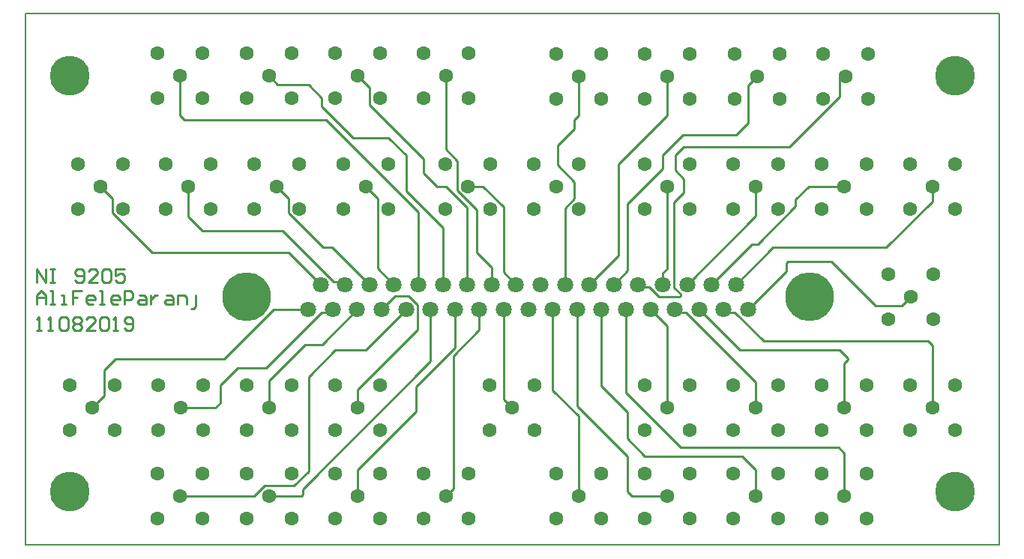
<source format=gtl>
G04*
G04 #@! TF.GenerationSoftware,Altium Limited,Altium Designer,19.1.5 (86)*
G04*
G04 Layer_Physical_Order=1*
G04 Layer_Color=255*
%FSLAX44Y44*%
%MOMM*%
G71*
G01*
G75*
%ADD10C,0.2000*%
%ADD11C,0.2540*%
%ADD16C,1.6000*%
%ADD17C,4.5000*%
%ADD18C,1.8000*%
%ADD19C,5.5000*%
D10*
X550000Y1070000D02*
X1650000D01*
X550000Y470000D02*
Y1070000D01*
Y470000D02*
X1650000D01*
Y930000D02*
Y1070000D01*
Y470000D02*
Y630000D01*
Y930000D01*
D11*
X1470000Y976698D02*
Y999600D01*
X1353000Y933000D02*
X1366812Y946813D01*
X1293000Y933000D02*
X1353000D01*
X1270000Y910000D02*
X1293000Y933000D01*
X1283000Y760576D02*
X1289984Y753592D01*
X1293920Y867920D02*
Y883080D01*
X1283000Y857000D02*
X1293920Y867920D01*
X1283000Y760576D02*
Y857000D01*
X1284000Y910000D02*
X1293920Y919920D01*
X1284000Y893000D02*
Y910000D01*
Y893000D02*
X1293920Y883080D01*
Y919920D02*
X1413222D01*
X1270000Y895000D02*
Y910000D01*
X1230000Y855000D02*
X1270000Y895000D01*
X1230000Y779563D02*
Y855000D01*
X1170000Y940000D02*
Y950000D01*
X1151052Y921052D02*
X1170000Y940000D01*
X1151052Y898948D02*
Y921052D01*
X764600Y624600D02*
X770000Y630000D01*
Y650000D01*
X725400Y624600D02*
X764600D01*
X638990Y667502D02*
X651488Y680000D01*
X638990Y638190D02*
Y667502D01*
X625400Y624600D02*
X638990Y638190D01*
X651488Y680000D02*
X774279D01*
X830055Y735776D01*
X869592D01*
X770000Y650000D02*
X790000Y670000D01*
X821932D01*
X884750Y732818D01*
X894236D01*
X897195Y735776D01*
X885430Y696409D02*
X924797Y735776D01*
X825400Y624600D02*
Y655400D01*
X866409Y696409D01*
X885430D01*
X853512Y536810D02*
X870000Y553298D01*
X820108Y536810D02*
X853512D01*
X808298Y525000D02*
X820108Y536810D01*
X725000Y525000D02*
X808298D01*
X870000Y553298D02*
Y660000D01*
X900000Y690000D01*
X934225D01*
X980001Y735776D01*
X925400Y624600D02*
Y645400D01*
X992811Y712811D01*
Y741082D01*
X982479Y751414D02*
X992811Y741082D01*
X968037Y751414D02*
X982479D01*
X952399Y735776D02*
X968037Y751414D01*
X825000Y525000D02*
X861612D01*
X863100Y526488D01*
Y533100D01*
X1007603Y677603D01*
Y735776D01*
X925000Y525000D02*
Y555000D01*
X991124Y621124D01*
Y648308D01*
X1035205Y692390D01*
Y735776D01*
X1033788Y533788D02*
Y683788D01*
X1025000Y525000D02*
X1033788Y533788D01*
Y683788D02*
X1062808Y712808D01*
Y735776D01*
X1090410Y634590D02*
X1100000Y625000D01*
X1090410Y634590D02*
Y735776D01*
X1175000Y525000D02*
Y615425D01*
X1145614Y644810D02*
X1175000Y615425D01*
X1145614Y644810D02*
Y735776D01*
X1235000Y525000D02*
X1275000D01*
X1230000Y530000D02*
X1235000Y525000D01*
X1230000Y530000D02*
Y570000D01*
X1173216Y626784D02*
X1230000Y570000D01*
X1173216Y626784D02*
Y735776D01*
X1375000Y525000D02*
Y555000D01*
X1360000Y570000D02*
X1375000Y555000D01*
X1250000Y570000D02*
X1360000D01*
X1230000Y590000D02*
X1250000Y570000D01*
X1230000Y590000D02*
Y620000D01*
X1228421Y641579D02*
X1290000Y580000D01*
X1468512D01*
X1228421Y641579D02*
Y735776D01*
X1200818Y649182D02*
X1230000Y620000D01*
X1200818Y649182D02*
Y735776D01*
X1468512Y580000D02*
X1475000Y573512D01*
Y525000D02*
Y573512D01*
X1274599Y624600D02*
Y717199D01*
X1256023Y735776D02*
X1274599Y717199D01*
X1374600Y624600D02*
Y654065D01*
X1295847Y732818D02*
X1374600Y654065D01*
X1286583Y732818D02*
X1295847D01*
X1283625Y735776D02*
X1286583Y732818D01*
X1474599Y624600D02*
Y674600D01*
X1478948Y678948D01*
Y681052D01*
X1470000Y690000D02*
X1478948Y681052D01*
X1357003Y690000D02*
X1470000D01*
X1311227Y735776D02*
X1357003Y690000D01*
X1574600Y624600D02*
Y695400D01*
X1570000Y700000D02*
X1574600Y695400D01*
X1384092Y700000D02*
X1570000D01*
X1351274Y732818D02*
X1384092Y700000D01*
X1341788Y732818D02*
X1351274D01*
X1338829Y735776D02*
X1341788Y732818D01*
X1510000Y740000D02*
X1540000D01*
X1550000Y750000D01*
X1460000Y790000D02*
X1510000Y740000D01*
X1411488Y790000D02*
X1460000D01*
X1410000Y788512D02*
X1411488Y790000D01*
X1410000Y779344D02*
Y788512D01*
X1366432Y735776D02*
X1410000Y779344D01*
X1574600Y857898D02*
Y874600D01*
X1522447Y805745D02*
X1574600Y857898D01*
X1394194Y805745D02*
X1522447D01*
X1352672Y764224D02*
X1394194Y805745D01*
X1420000Y852499D02*
Y860000D01*
X1377342Y809840D02*
X1420000Y852499D01*
X1370687Y809840D02*
X1377342D01*
X1325070Y764224D02*
X1370687Y809840D01*
X1420000Y860000D02*
X1434600Y874600D01*
X1474599D01*
X1297468Y764224D02*
X1374600Y841356D01*
Y874600D01*
X1269866Y777034D02*
X1274599Y781768D01*
Y874600D01*
X1274600Y874600D01*
X1269866Y764224D02*
Y777034D01*
X1274600Y874600D02*
X1274600Y874600D01*
X1274599Y874600D02*
X1274600D01*
X1470000Y999600D02*
X1476200D01*
X1413222Y919920D02*
X1470000Y976698D01*
X1289984Y751488D02*
Y753592D01*
X1288496Y750000D02*
X1289984Y751488D01*
X1265974Y750000D02*
X1288496D01*
X1254708Y761266D02*
X1265974Y750000D01*
X1245222Y761266D02*
X1254708D01*
X1242264Y764224D02*
X1245222Y761266D01*
X1214661Y764224D02*
X1230000Y779563D01*
X1366812Y946813D02*
Y989412D01*
X1376200Y998800D01*
X1187059Y764224D02*
X1220000Y797165D01*
Y900000D01*
X1275400Y955400D01*
Y998800D01*
X1170000Y860902D02*
Y880000D01*
X1159457Y850359D02*
X1170000Y860902D01*
X1159457Y764224D02*
Y850359D01*
X1151052Y898948D02*
X1170000Y880000D01*
Y950000D02*
X1175400Y955400D01*
Y999600D01*
X1090000Y778477D02*
X1104253Y764224D01*
X1090000Y778477D02*
Y851702D01*
X1066702Y875000D02*
X1090000Y851702D01*
X1050000Y875000D02*
X1066702D01*
X1076651Y764224D02*
Y783349D01*
X1060000Y800000D02*
X1076651Y783349D01*
X1060000Y800000D02*
Y848298D01*
X1038190Y870108D02*
X1060000Y848298D01*
X1038190Y870108D02*
Y903512D01*
X1025000Y916702D02*
X1038190Y903512D01*
X1025000Y916702D02*
Y1000000D01*
X1049048Y764224D02*
Y850952D01*
X1025000Y875000D02*
X1049048Y850952D01*
X1015000Y875000D02*
X1025000D01*
X1000000Y890000D02*
X1015000Y875000D01*
X1000000Y890000D02*
Y905679D01*
X938590Y967089D02*
X1000000Y905679D01*
X938590Y967089D02*
Y986410D01*
X925000Y1000000D02*
X938590Y986410D01*
X1021446Y764224D02*
Y828554D01*
X980000Y870000D02*
X1021446Y828554D01*
X980000Y870000D02*
Y910000D01*
X960000Y930000D02*
X980000Y910000D01*
X920000Y930000D02*
X960000D01*
X885000Y965000D02*
X920000Y930000D01*
X885000Y965000D02*
Y975000D01*
X870000Y990000D02*
X885000Y975000D01*
X835001Y990000D02*
X870000D01*
X825001Y1000000D02*
X835001Y990000D01*
X993844Y764224D02*
Y846156D01*
X890000Y950000D02*
X993844Y846156D01*
X730000Y950000D02*
X890000D01*
X725000Y955000D02*
X730000Y950000D01*
X725000Y955000D02*
Y1000000D01*
X847790Y844708D02*
Y861410D01*
X834200Y875000D02*
X847790Y861410D01*
X947790Y782676D02*
X966242Y764224D01*
X947790Y782676D02*
Y861410D01*
X934200Y875000D02*
X947790Y861410D01*
X896919Y805945D02*
X938640Y764224D01*
X886553Y805945D02*
X896919D01*
X847790Y844708D02*
X886553Y805945D01*
X750000Y825000D02*
X840776D01*
X898593Y767182D01*
X908079D01*
X911038Y764224D01*
X734200Y840800D02*
X750000Y825000D01*
X734200Y840800D02*
Y875000D01*
X847659Y800000D02*
X883435Y764224D01*
X693298Y800000D02*
X847659D01*
X648590Y844708D02*
X693298Y800000D01*
X648590Y844708D02*
Y861410D01*
X635000Y875000D02*
X648590Y861410D01*
X562540Y766375D02*
Y781610D01*
X572697Y766375D01*
Y781610D01*
X577775D02*
X582853D01*
X580314D01*
Y766375D01*
X577775D01*
X582853D01*
X605706Y768914D02*
X608245Y766375D01*
X613324D01*
X615863Y768914D01*
Y779070D01*
X613324Y781610D01*
X608245D01*
X605706Y779070D01*
Y776531D01*
X608245Y773992D01*
X615863D01*
X631098Y766375D02*
X620941D01*
X631098Y776531D01*
Y779070D01*
X628559Y781610D01*
X623480D01*
X620941Y779070D01*
X636176D02*
X638715Y781610D01*
X643794D01*
X646333Y779070D01*
Y768914D01*
X643794Y766375D01*
X638715D01*
X636176Y768914D01*
Y779070D01*
X661568Y781610D02*
X651411D01*
Y773992D01*
X656490Y776531D01*
X659029D01*
X661568Y773992D01*
Y768914D01*
X659029Y766375D01*
X653950D01*
X651411Y768914D01*
X562540Y741996D02*
Y752153D01*
X567618Y757232D01*
X572697Y752153D01*
Y741996D01*
Y749614D01*
X562540D01*
X577775Y741996D02*
X582853D01*
X580314D01*
Y757232D01*
X577775D01*
X590471Y741996D02*
X595549D01*
X593010D01*
Y752153D01*
X590471D01*
X613324Y757232D02*
X603167D01*
Y749614D01*
X608245D01*
X603167D01*
Y741996D01*
X626019D02*
X620941D01*
X618402Y744536D01*
Y749614D01*
X620941Y752153D01*
X626019D01*
X628559Y749614D01*
Y747075D01*
X618402D01*
X633637Y741996D02*
X638715D01*
X636176D01*
Y757232D01*
X633637D01*
X653950Y741996D02*
X648872D01*
X646333Y744536D01*
Y749614D01*
X648872Y752153D01*
X653950D01*
X656490Y749614D01*
Y747075D01*
X646333D01*
X661568Y741996D02*
Y757232D01*
X669185D01*
X671725Y754692D01*
Y749614D01*
X669185Y747075D01*
X661568D01*
X679342Y752153D02*
X684421D01*
X686960Y749614D01*
Y741996D01*
X679342D01*
X676803Y744536D01*
X679342Y747075D01*
X686960D01*
X692038Y752153D02*
Y741996D01*
Y747075D01*
X694577Y749614D01*
X697116Y752153D01*
X699656D01*
X709812D02*
X714891D01*
X717430Y749614D01*
Y741996D01*
X709812D01*
X707273Y744536D01*
X709812Y747075D01*
X717430D01*
X722508Y741996D02*
Y752153D01*
X730126D01*
X732665Y749614D01*
Y741996D01*
X737743Y736918D02*
X740283D01*
X742822Y739457D01*
Y752153D01*
X562540Y712540D02*
X567618D01*
X565079D01*
Y727775D01*
X562540Y725236D01*
X575236Y712540D02*
X580314D01*
X577775D01*
Y727775D01*
X575236Y725236D01*
X587932D02*
X590471Y727775D01*
X595549D01*
X598088Y725236D01*
Y715079D01*
X595549Y712540D01*
X590471D01*
X587932Y715079D01*
Y725236D01*
X603167D02*
X605706Y727775D01*
X610784D01*
X613324Y725236D01*
Y722697D01*
X610784Y720157D01*
X613324Y717618D01*
Y715079D01*
X610784Y712540D01*
X605706D01*
X603167Y715079D01*
Y717618D01*
X605706Y720157D01*
X603167Y722697D01*
Y725236D01*
X605706Y720157D02*
X610784D01*
X628559Y712540D02*
X618402D01*
X628559Y722697D01*
Y725236D01*
X626019Y727775D01*
X620941D01*
X618402Y725236D01*
X633637D02*
X636176Y727775D01*
X641255D01*
X643794Y725236D01*
Y715079D01*
X641255Y712540D01*
X636176D01*
X633637Y715079D01*
Y725236D01*
X648872Y712540D02*
X653950D01*
X651411D01*
Y727775D01*
X648872Y725236D01*
X661568Y715079D02*
X664107Y712540D01*
X669185D01*
X671725Y715079D01*
Y725236D01*
X669185Y727775D01*
X664107D01*
X661568Y725236D01*
Y722697D01*
X664107Y720157D01*
X671725D01*
D16*
X1476200Y999600D02*
D03*
X1450800Y1025000D02*
D03*
Y974200D02*
D03*
X1501600D02*
D03*
Y1025000D02*
D03*
X1475000Y525000D02*
D03*
X1449600Y550400D02*
D03*
Y499600D02*
D03*
X1500400D02*
D03*
Y550400D02*
D03*
X1375000Y525000D02*
D03*
X1349600Y550400D02*
D03*
Y499600D02*
D03*
X1400400D02*
D03*
Y550400D02*
D03*
X1275000Y525000D02*
D03*
X1249600Y550400D02*
D03*
Y499600D02*
D03*
X1300400D02*
D03*
Y550400D02*
D03*
X1175000Y525000D02*
D03*
X1149600Y550400D02*
D03*
Y499600D02*
D03*
X1200400D02*
D03*
Y550400D02*
D03*
X1025000Y525000D02*
D03*
X999600Y550400D02*
D03*
Y499600D02*
D03*
X1050400D02*
D03*
Y550400D02*
D03*
X925000Y525000D02*
D03*
X899600Y550400D02*
D03*
Y499600D02*
D03*
X950400D02*
D03*
Y550400D02*
D03*
X825000Y525000D02*
D03*
X799600Y550400D02*
D03*
Y499600D02*
D03*
X850400D02*
D03*
Y550400D02*
D03*
X725000Y525000D02*
D03*
X699600Y550400D02*
D03*
Y499600D02*
D03*
X750400D02*
D03*
Y550400D02*
D03*
X1025000Y1000000D02*
D03*
X999600Y1025400D02*
D03*
Y974600D02*
D03*
X1050400D02*
D03*
Y1025400D02*
D03*
X925000Y1000000D02*
D03*
X899600Y1025400D02*
D03*
Y974600D02*
D03*
X950400D02*
D03*
Y1025400D02*
D03*
X950800Y650000D02*
D03*
Y599200D02*
D03*
X900000D02*
D03*
Y650000D02*
D03*
X925400Y624600D02*
D03*
X850800Y650000D02*
D03*
Y599200D02*
D03*
X800000D02*
D03*
Y650000D02*
D03*
X825400Y624600D02*
D03*
X750800Y650000D02*
D03*
Y599200D02*
D03*
X700000D02*
D03*
Y650000D02*
D03*
X725400Y624600D02*
D03*
X650800Y650000D02*
D03*
Y599200D02*
D03*
X600000D02*
D03*
Y650000D02*
D03*
X625400Y624600D02*
D03*
X959600Y900400D02*
D03*
Y849600D02*
D03*
X908800D02*
D03*
Y900400D02*
D03*
X934200Y875000D02*
D03*
X859600Y900400D02*
D03*
Y849600D02*
D03*
X808800D02*
D03*
Y900400D02*
D03*
X834200Y875000D02*
D03*
X759600Y900400D02*
D03*
Y849600D02*
D03*
X708800D02*
D03*
Y900400D02*
D03*
X734200Y875000D02*
D03*
X660400Y900400D02*
D03*
Y849600D02*
D03*
X609600D02*
D03*
Y900400D02*
D03*
X635000Y875000D02*
D03*
X850401Y1025400D02*
D03*
Y974600D02*
D03*
X799601D02*
D03*
Y1025400D02*
D03*
X825001Y1000000D02*
D03*
X750400Y1025400D02*
D03*
Y974600D02*
D03*
X699600D02*
D03*
Y1025400D02*
D03*
X725000Y1000000D02*
D03*
X1600000Y650000D02*
D03*
Y599200D02*
D03*
X1549200D02*
D03*
Y650000D02*
D03*
X1574600Y624600D02*
D03*
X1500000Y650000D02*
D03*
Y599200D02*
D03*
X1449200D02*
D03*
Y650000D02*
D03*
X1474599Y624600D02*
D03*
X1400000Y650000D02*
D03*
Y599200D02*
D03*
X1349200D02*
D03*
Y650000D02*
D03*
X1374600Y624600D02*
D03*
X1299999Y650000D02*
D03*
Y599200D02*
D03*
X1249199D02*
D03*
Y650000D02*
D03*
X1274599Y624600D02*
D03*
X1401600Y1024200D02*
D03*
Y973400D02*
D03*
X1350800D02*
D03*
Y1024200D02*
D03*
X1376200Y998800D02*
D03*
X1300800Y1024200D02*
D03*
Y973400D02*
D03*
X1250000D02*
D03*
Y1024200D02*
D03*
X1275400Y998800D02*
D03*
X1200800Y1025000D02*
D03*
Y974200D02*
D03*
X1150000D02*
D03*
Y1025000D02*
D03*
X1175400Y999600D02*
D03*
X1600000Y900000D02*
D03*
Y849200D02*
D03*
X1549200D02*
D03*
Y900000D02*
D03*
X1574600Y874600D02*
D03*
X1500000Y900000D02*
D03*
Y849200D02*
D03*
X1449200D02*
D03*
Y900000D02*
D03*
X1474599Y874600D02*
D03*
X1400000Y900000D02*
D03*
Y849200D02*
D03*
X1349200D02*
D03*
Y900000D02*
D03*
X1374600Y874600D02*
D03*
X1299999Y900000D02*
D03*
Y849200D02*
D03*
X1249199D02*
D03*
Y900000D02*
D03*
X1274599Y874600D02*
D03*
X1575400Y775400D02*
D03*
Y724600D02*
D03*
X1524600D02*
D03*
Y775400D02*
D03*
X1550000Y750000D02*
D03*
X1125400Y650400D02*
D03*
Y599600D02*
D03*
X1074600D02*
D03*
Y650400D02*
D03*
X1100000Y625000D02*
D03*
X1075400Y900400D02*
D03*
Y849600D02*
D03*
X1024600D02*
D03*
Y900400D02*
D03*
X1050000Y875000D02*
D03*
X1175400Y900400D02*
D03*
Y849600D02*
D03*
X1124600D02*
D03*
Y900400D02*
D03*
X1150000Y875000D02*
D03*
D17*
X600000Y530000D02*
D03*
Y1000000D02*
D03*
X1600000Y530000D02*
D03*
Y1000000D02*
D03*
D18*
X1269866Y764224D02*
D03*
X1242264D02*
D03*
X1214661D02*
D03*
X1187059D02*
D03*
X1159457D02*
D03*
X1131855D02*
D03*
X1104253D02*
D03*
X1076651D02*
D03*
X1049048D02*
D03*
X1021446D02*
D03*
X993844D02*
D03*
X966242D02*
D03*
X1283625Y735776D02*
D03*
X1256023D02*
D03*
X1228421D02*
D03*
X1200818D02*
D03*
X1173216D02*
D03*
X1145614D02*
D03*
X1118012D02*
D03*
X1090410D02*
D03*
X1062808D02*
D03*
X1035205D02*
D03*
X1007603D02*
D03*
X980001D02*
D03*
X952399D02*
D03*
X1311227D02*
D03*
X1338829D02*
D03*
X1366432D02*
D03*
X1297468Y764224D02*
D03*
X1325070D02*
D03*
X1352672D02*
D03*
X869592Y735776D02*
D03*
X897195D02*
D03*
X924797D02*
D03*
X883435Y764224D02*
D03*
X911038D02*
D03*
X938640D02*
D03*
D19*
X800000Y750000D02*
D03*
X1436013D02*
D03*
M02*

</source>
